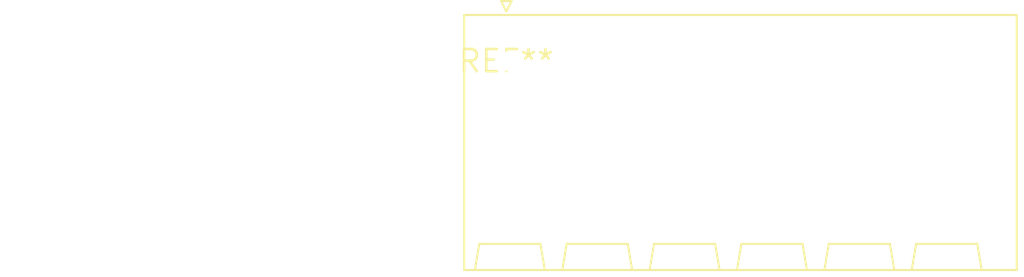
<source format=kicad_pcb>
(kicad_pcb (version 20240108) (generator pcbnew)
  (layers (0 "F.Cu" signal) (31 "B.Cu" signal) (34 "B.Paste" user) (35 "F.Paste" user) (36 "B.SilkS" user "B.Silkscreen") (37 "F.SilkS" user "F.Silkscreen") (38 "B.Mask" user) (39 "F.Mask" user) (44 "Edge.Cuts" user))
  (net 0 "")
  (footprint "PhoenixContact_SPT_2.5_6-H-5.0_1x06_P5.0mm_Horizontal" (layer "F.Cu") (at 0 0)
    (property "Reference" "REF**")
    (property "Value" "PhoenixContact_SPT_2.5_6-H-5.0_1x06_P5.0mm_Horizontal")
    (fp_line (start -2.41 -2.64) (end 29.21 -2.64) (layer "F.SilkS") (stroke (width 0.12)))
    (fp_line (start -2.41 11.98) (end -2.41 -2.64) (layer "F.SilkS") (stroke (width 0.12)))
    (fp_line (start -1.8 11.98) (end -1.55 10.48) (layer "F.SilkS") (stroke (width 0.12)))
    (fp_line (start -1.55 10.48) (end 1.95 10.48) (layer "F.SilkS") (stroke (width 0.12)))
    (fp_line (start -0.3 -3.44) (end 0 -2.84) (layer "F.SilkS") (stroke (width 0.12)))
    (fp_line (start -0.3 -3.44) (end 0.3 -3.44) (layer "F.SilkS") (stroke (width 0.12)))
    (fp_line (start 0.3 -3.44) (end 0 -2.84) (layer "F.SilkS") (stroke (width 0.12)))
    (fp_line (start 2.2 11.98) (end 1.95 10.48) (layer "F.SilkS") (stroke (width 0.12)))
    (fp_line (start 3.2 11.98) (end 3.45 10.48) (layer "F.SilkS") (stroke (width 0.12)))
    (fp_line (start 3.45 10.48) (end 6.95 10.48) (layer "F.SilkS") (stroke (width 0.12)))
    (fp_line (start 7.2 11.98) (end 6.95 10.48) (layer "F.SilkS") (stroke (width 0.12)))
    (fp_line (start 8.2 11.98) (end 8.45 10.48) (layer "F.SilkS") (stroke (width 0.12)))
    (fp_line (start 8.45 10.48) (end 11.95 10.48) (layer "F.SilkS") (stroke (width 0.12)))
    (fp_line (start 12.2 11.98) (end 11.95 10.48) (layer "F.SilkS") (stroke (width 0.12)))
    (fp_line (start 13.2 11.98) (end 13.45 10.48) (layer "F.SilkS") (stroke (width 0.12)))
    (fp_line (start 13.45 10.48) (end 16.95 10.48) (layer "F.SilkS") (stroke (width 0.12)))
    (fp_line (start 17.2 11.98) (end 16.95 10.48) (layer "F.SilkS") (stroke (width 0.12)))
    (fp_line (start 18.2 11.98) (end 18.45 10.48) (layer "F.SilkS") (stroke (width 0.12)))
    (fp_line (start 18.45 10.48) (end 21.95 10.48) (layer "F.SilkS") (stroke (width 0.12)))
    (fp_line (start 22.2 11.98) (end 21.95 10.48) (layer "F.SilkS") (stroke (width 0.12)))
    (fp_line (start 23.2 11.98) (end 23.45 10.48) (layer "F.SilkS") (stroke (width 0.12)))
    (fp_line (start 23.45 10.48) (end 26.95 10.48) (layer "F.SilkS") (stroke (width 0.12)))
    (fp_line (start 27.2 11.98) (end 26.95 10.48) (layer "F.SilkS") (stroke (width 0.12)))
    (fp_line (start 29.21 -2.64) (end 29.21 11.98) (layer "F.SilkS") (stroke (width 0.12)))
    (fp_line (start 29.21 11.98) (end -2.41 11.98) (layer "F.SilkS") (stroke (width 0.12)))
    (pad "1" thru_hole roundrect (at 0 0) (size 1.8 3.3) (drill 1.1) (layers *.Cu *.Mask) (remove_unused_layers) (roundrect_rratio 0.138889))
    (pad "1" thru_hole roundrect (at 0 8.2) (size 1.8 3.3) (drill 1.1) (layers *.Cu *.Mask) (remove_unused_layers) (roundrect_rratio 0.138889))
    (pad "2" thru_hole oval (at 5 0) (size 1.8 3.3) (drill 1.1) (layers *.Cu *.Mask) (remove_unused_layers))
    (pad "2" thru_hole oval (at 5 8.2) (size 1.8 3.3) (drill 1.1) (layers *.Cu *.Mask) (remove_unused_layers))
    (pad "3" thru_hole oval (at 10 0) (size 1.8 3.3) (drill 1.1) (layers *.Cu *.Mask) (remove_unused_layers))
    (pad "3" thru_hole oval (at 10 8.2) (size 1.8 3.3) (drill 1.1) (layers *.Cu *.Mask) (remove_unused_layers))
    (pad "4" thru_hole oval (at 15 0) (size 1.8 3.3) (drill 1.1) (layers *.Cu *.Mask) (remove_unused_layers))
    (pad "4" thru_hole oval (at 15 8.2) (size 1.8 3.3) (drill 1.1) (layers *.Cu *.Mask) (remove_unused_layers))
    (pad "5" thru_hole oval (at 20 0) (size 1.8 3.3) (drill 1.1) (layers *.Cu *.Mask) (remove_unused_layers))
    (pad "5" thru_hole oval (at 20 8.2) (size 1.8 3.3) (drill 1.1) (layers *.Cu *.Mask) (remove_unused_layers))
    (pad "6" thru_hole oval (at 25 0) (size 1.8 3.3) (drill 1.1) (layers *.Cu *.Mask) (remove_unused_layers))
    (pad "6" thru_hole oval (at 25 8.2) (size 1.8 3.3) (drill 1.1) (layers *.Cu *.Mask) (remove_unused_layers))
  )
)
</source>
